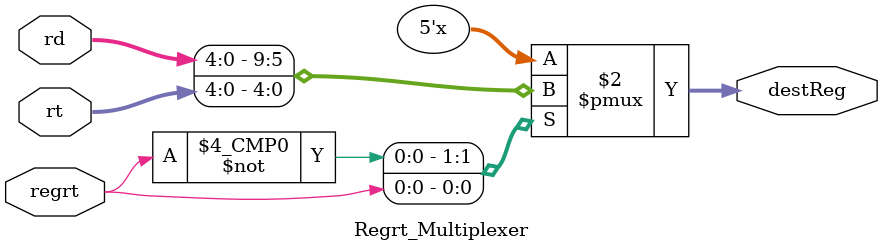
<source format=v>
`timescale 1ns / 1ps


module Regrt_Multiplexer(input [4:0] rt, input [4:0] rd, input regrt, output reg [4:0] destReg);
always @ (*)
  begin
    case (regrt)
      0:
      begin
      destReg = rd;
      end
      
      1:
      begin
      destReg = rt;
      end
    endcase
  end
endmodule

</source>
